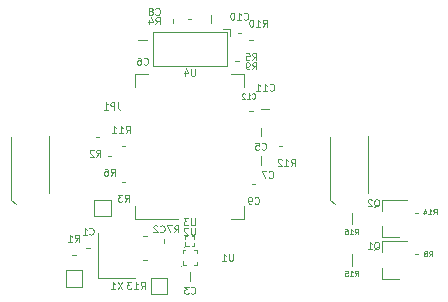
<source format=gbo>
G04 #@! TF.GenerationSoftware,KiCad,Pcbnew,5.1.5+dfsg1-2build2*
G04 #@! TF.CreationDate,2021-12-17T15:29:28+01:00*
G04 #@! TF.ProjectId,teebeutel_thermal_addon,74656562-6575-4746-956c-5f746865726d,rev?*
G04 #@! TF.SameCoordinates,Original*
G04 #@! TF.FileFunction,Legend,Bot*
G04 #@! TF.FilePolarity,Positive*
%FSLAX46Y46*%
G04 Gerber Fmt 4.6, Leading zero omitted, Abs format (unit mm)*
G04 Created by KiCad (PCBNEW 5.1.5+dfsg1-2build2) date 2021-12-17 15:29:28*
%MOMM*%
%LPD*%
G04 APERTURE LIST*
%ADD10C,0.120000*%
%ADD11C,0.100000*%
G04 APERTURE END LIST*
D10*
X84900000Y-94500000D02*
X85300000Y-94900000D01*
X84900000Y-89200000D02*
X84900000Y-94500000D01*
X88100000Y-93900000D02*
X88100000Y-89100000D01*
X111900000Y-94500000D02*
X112300000Y-94900000D01*
X111900000Y-89200000D02*
X111900000Y-94500000D01*
X115100000Y-93900000D02*
X115100000Y-89100000D01*
X113700000Y-95600000D02*
X113700000Y-96600000D01*
X113700000Y-99100000D02*
X113700000Y-100100000D01*
X119350000Y-95600000D02*
X119050000Y-95600000D01*
X119350000Y-99100000D02*
X119050000Y-99100000D01*
X116240000Y-97680000D02*
X117700000Y-97680000D01*
X116240000Y-94520000D02*
X118400000Y-94520000D01*
X116240000Y-94520000D02*
X116240000Y-95450000D01*
X116240000Y-97680000D02*
X116240000Y-96750000D01*
X116240000Y-101180000D02*
X117700000Y-101180000D01*
X116240000Y-98020000D02*
X118400000Y-98020000D01*
X116240000Y-98020000D02*
X116240000Y-98950000D01*
X116240000Y-101180000D02*
X116240000Y-100250000D01*
X105050000Y-87000000D02*
X105350000Y-87000000D01*
X89500000Y-100500000D02*
X89500000Y-101900000D01*
X90900000Y-100500000D02*
X89500000Y-100500000D01*
X90900000Y-101900000D02*
X90900000Y-100500000D01*
X89500000Y-101900000D02*
X90900000Y-101900000D01*
X91900000Y-94500000D02*
X91900000Y-95900000D01*
X93300000Y-94500000D02*
X91900000Y-94500000D01*
X93300000Y-95900000D02*
X93300000Y-94500000D01*
X91900000Y-95900000D02*
X93300000Y-95900000D01*
X96700000Y-101100000D02*
X96700000Y-102500000D01*
X98100000Y-101100000D02*
X96700000Y-101100000D01*
X98100000Y-102500000D02*
X98100000Y-101100000D01*
X96700000Y-102500000D02*
X98100000Y-102500000D01*
X92225000Y-101100000D02*
X92225000Y-97300000D01*
X95375000Y-101100000D02*
X92225000Y-101100000D01*
X103400000Y-80030000D02*
X102800000Y-80030000D01*
X103400000Y-80630000D02*
X103400000Y-80030000D01*
X103150000Y-80285000D02*
X103150000Y-83215000D01*
X103150000Y-80285000D02*
X96850000Y-80285000D01*
X96850000Y-80285000D02*
X96850000Y-83215000D01*
X96850000Y-83215000D02*
X103150000Y-83215000D01*
X95400000Y-83900000D02*
X95400000Y-85000000D01*
X95400000Y-83900000D02*
X96500000Y-83900000D01*
X104600000Y-83900000D02*
X103500000Y-83900000D01*
X104600000Y-83900000D02*
X104600000Y-85000000D01*
X104600000Y-96100000D02*
X103500000Y-96100000D01*
X104600000Y-96100000D02*
X104600000Y-95000000D01*
X95400000Y-96100000D02*
X95400000Y-95000000D01*
X95400000Y-96100000D02*
X99000000Y-96100000D01*
X99500000Y-98500000D02*
G75*
G03X99500000Y-98500000I0J0D01*
G01*
D11*
X100400000Y-97800000D02*
X100400000Y-97600000D01*
X100400000Y-97600000D02*
X100200000Y-97600000D01*
X99800000Y-97600000D02*
X99600000Y-97600000D01*
X99600000Y-97600000D02*
X99600000Y-97800000D01*
X99600000Y-98100000D02*
X99600000Y-98400000D01*
X99600000Y-98400000D02*
X99900000Y-98400000D01*
X100400000Y-98400000D02*
X100400000Y-98200000D01*
X100200000Y-98400000D02*
X100400000Y-98400000D01*
X100600000Y-100000000D02*
X100600000Y-99800000D01*
X99400000Y-99700000D02*
X99400000Y-100000000D01*
D10*
X99300000Y-100100000D02*
G75*
G03X99300000Y-100100000I0J0D01*
G01*
D11*
X100600000Y-99000000D02*
X100600000Y-98800000D01*
X100600000Y-98800000D02*
X100400000Y-98800000D01*
X99400000Y-100000000D02*
X99700000Y-100000000D01*
X99600000Y-98800000D02*
X99400000Y-98800000D01*
X99400000Y-98800000D02*
X99400000Y-99000000D01*
X100400000Y-100000000D02*
X100600000Y-100000000D01*
D10*
X96350000Y-99600000D02*
X96050000Y-99600000D01*
X107850000Y-90000000D02*
X107550000Y-90000000D01*
X94250000Y-90000000D02*
X94550000Y-90000000D01*
X104350000Y-80400000D02*
X104050000Y-80400000D01*
X103850000Y-82800000D02*
X104150000Y-82800000D01*
X97800000Y-97850000D02*
X97800000Y-98150000D01*
X93350000Y-90800000D02*
X93050000Y-90800000D01*
X105050000Y-81000000D02*
X105350000Y-81000000D01*
X98600000Y-79550000D02*
X98600000Y-79250000D01*
X94250000Y-93000000D02*
X94550000Y-93000000D01*
X92050000Y-89200000D02*
X92350000Y-89200000D01*
X90350000Y-99200000D02*
X90050000Y-99200000D01*
X106050000Y-86800000D02*
X106750000Y-86800000D01*
X101800000Y-78850000D02*
X101800000Y-79550000D01*
X105550000Y-93200000D02*
X105250000Y-93200000D01*
X99850000Y-79200000D02*
X100150000Y-79200000D01*
X106000000Y-90850000D02*
X106000000Y-91550000D01*
X95650000Y-81000000D02*
X96350000Y-81000000D01*
X106000000Y-88450000D02*
X106000000Y-89150000D01*
X100000000Y-101350000D02*
X100000000Y-100650000D01*
X96050000Y-97600000D02*
X96350000Y-97600000D01*
X91250000Y-98600000D02*
X91550000Y-98600000D01*
D11*
X113989285Y-97453571D02*
X114139285Y-97239285D01*
X114246428Y-97453571D02*
X114246428Y-97003571D01*
X114075000Y-97003571D01*
X114032142Y-97025000D01*
X114010714Y-97046428D01*
X113989285Y-97089285D01*
X113989285Y-97153571D01*
X114010714Y-97196428D01*
X114032142Y-97217857D01*
X114075000Y-97239285D01*
X114246428Y-97239285D01*
X113560714Y-97453571D02*
X113817857Y-97453571D01*
X113689285Y-97453571D02*
X113689285Y-97003571D01*
X113732142Y-97067857D01*
X113775000Y-97110714D01*
X113817857Y-97132142D01*
X113175000Y-97003571D02*
X113260714Y-97003571D01*
X113303571Y-97025000D01*
X113325000Y-97046428D01*
X113367857Y-97110714D01*
X113389285Y-97196428D01*
X113389285Y-97367857D01*
X113367857Y-97410714D01*
X113346428Y-97432142D01*
X113303571Y-97453571D01*
X113217857Y-97453571D01*
X113175000Y-97432142D01*
X113153571Y-97410714D01*
X113132142Y-97367857D01*
X113132142Y-97260714D01*
X113153571Y-97217857D01*
X113175000Y-97196428D01*
X113217857Y-97175000D01*
X113303571Y-97175000D01*
X113346428Y-97196428D01*
X113367857Y-97217857D01*
X113389285Y-97260714D01*
X113989285Y-100953571D02*
X114139285Y-100739285D01*
X114246428Y-100953571D02*
X114246428Y-100503571D01*
X114075000Y-100503571D01*
X114032142Y-100525000D01*
X114010714Y-100546428D01*
X113989285Y-100589285D01*
X113989285Y-100653571D01*
X114010714Y-100696428D01*
X114032142Y-100717857D01*
X114075000Y-100739285D01*
X114246428Y-100739285D01*
X113560714Y-100953571D02*
X113817857Y-100953571D01*
X113689285Y-100953571D02*
X113689285Y-100503571D01*
X113732142Y-100567857D01*
X113775000Y-100610714D01*
X113817857Y-100632142D01*
X113153571Y-100503571D02*
X113367857Y-100503571D01*
X113389285Y-100717857D01*
X113367857Y-100696428D01*
X113325000Y-100675000D01*
X113217857Y-100675000D01*
X113175000Y-100696428D01*
X113153571Y-100717857D01*
X113132142Y-100760714D01*
X113132142Y-100867857D01*
X113153571Y-100910714D01*
X113175000Y-100932142D01*
X113217857Y-100953571D01*
X113325000Y-100953571D01*
X113367857Y-100932142D01*
X113389285Y-100910714D01*
X120639285Y-95753571D02*
X120789285Y-95539285D01*
X120896428Y-95753571D02*
X120896428Y-95303571D01*
X120725000Y-95303571D01*
X120682142Y-95325000D01*
X120660714Y-95346428D01*
X120639285Y-95389285D01*
X120639285Y-95453571D01*
X120660714Y-95496428D01*
X120682142Y-95517857D01*
X120725000Y-95539285D01*
X120896428Y-95539285D01*
X120210714Y-95753571D02*
X120467857Y-95753571D01*
X120339285Y-95753571D02*
X120339285Y-95303571D01*
X120382142Y-95367857D01*
X120425000Y-95410714D01*
X120467857Y-95432142D01*
X119825000Y-95453571D02*
X119825000Y-95753571D01*
X119932142Y-95282142D02*
X120039285Y-95603571D01*
X119760714Y-95603571D01*
X120275000Y-99303571D02*
X120425000Y-99089285D01*
X120532142Y-99303571D02*
X120532142Y-98853571D01*
X120360714Y-98853571D01*
X120317857Y-98875000D01*
X120296428Y-98896428D01*
X120275000Y-98939285D01*
X120275000Y-99003571D01*
X120296428Y-99046428D01*
X120317857Y-99067857D01*
X120360714Y-99089285D01*
X120532142Y-99089285D01*
X120017857Y-99046428D02*
X120060714Y-99025000D01*
X120082142Y-99003571D01*
X120103571Y-98960714D01*
X120103571Y-98939285D01*
X120082142Y-98896428D01*
X120060714Y-98875000D01*
X120017857Y-98853571D01*
X119932142Y-98853571D01*
X119889285Y-98875000D01*
X119867857Y-98896428D01*
X119846428Y-98939285D01*
X119846428Y-98960714D01*
X119867857Y-99003571D01*
X119889285Y-99025000D01*
X119932142Y-99046428D01*
X120017857Y-99046428D01*
X120060714Y-99067857D01*
X120082142Y-99089285D01*
X120103571Y-99132142D01*
X120103571Y-99217857D01*
X120082142Y-99260714D01*
X120060714Y-99282142D01*
X120017857Y-99303571D01*
X119932142Y-99303571D01*
X119889285Y-99282142D01*
X119867857Y-99260714D01*
X119846428Y-99217857D01*
X119846428Y-99132142D01*
X119867857Y-99089285D01*
X119889285Y-99067857D01*
X119932142Y-99046428D01*
X115607142Y-95128571D02*
X115664285Y-95100000D01*
X115721428Y-95042857D01*
X115807142Y-94957142D01*
X115864285Y-94928571D01*
X115921428Y-94928571D01*
X115892857Y-95071428D02*
X115950000Y-95042857D01*
X116007142Y-94985714D01*
X116035714Y-94871428D01*
X116035714Y-94671428D01*
X116007142Y-94557142D01*
X115950000Y-94500000D01*
X115892857Y-94471428D01*
X115778571Y-94471428D01*
X115721428Y-94500000D01*
X115664285Y-94557142D01*
X115635714Y-94671428D01*
X115635714Y-94871428D01*
X115664285Y-94985714D01*
X115721428Y-95042857D01*
X115778571Y-95071428D01*
X115892857Y-95071428D01*
X115407142Y-94528571D02*
X115378571Y-94500000D01*
X115321428Y-94471428D01*
X115178571Y-94471428D01*
X115121428Y-94500000D01*
X115092857Y-94528571D01*
X115064285Y-94585714D01*
X115064285Y-94642857D01*
X115092857Y-94728571D01*
X115435714Y-95071428D01*
X115064285Y-95071428D01*
X115607142Y-98728571D02*
X115664285Y-98700000D01*
X115721428Y-98642857D01*
X115807142Y-98557142D01*
X115864285Y-98528571D01*
X115921428Y-98528571D01*
X115892857Y-98671428D02*
X115950000Y-98642857D01*
X116007142Y-98585714D01*
X116035714Y-98471428D01*
X116035714Y-98271428D01*
X116007142Y-98157142D01*
X115950000Y-98100000D01*
X115892857Y-98071428D01*
X115778571Y-98071428D01*
X115721428Y-98100000D01*
X115664285Y-98157142D01*
X115635714Y-98271428D01*
X115635714Y-98471428D01*
X115664285Y-98585714D01*
X115721428Y-98642857D01*
X115778571Y-98671428D01*
X115892857Y-98671428D01*
X115064285Y-98671428D02*
X115407142Y-98671428D01*
X115235714Y-98671428D02*
X115235714Y-98071428D01*
X115292857Y-98157142D01*
X115350000Y-98214285D01*
X115407142Y-98242857D01*
X105289285Y-85910714D02*
X105310714Y-85932142D01*
X105375000Y-85953571D01*
X105417857Y-85953571D01*
X105482142Y-85932142D01*
X105525000Y-85889285D01*
X105546428Y-85846428D01*
X105567857Y-85760714D01*
X105567857Y-85696428D01*
X105546428Y-85610714D01*
X105525000Y-85567857D01*
X105482142Y-85525000D01*
X105417857Y-85503571D01*
X105375000Y-85503571D01*
X105310714Y-85525000D01*
X105289285Y-85546428D01*
X104860714Y-85953571D02*
X105117857Y-85953571D01*
X104989285Y-85953571D02*
X104989285Y-85503571D01*
X105032142Y-85567857D01*
X105075000Y-85610714D01*
X105117857Y-85632142D01*
X104689285Y-85546428D02*
X104667857Y-85525000D01*
X104625000Y-85503571D01*
X104517857Y-85503571D01*
X104475000Y-85525000D01*
X104453571Y-85546428D01*
X104432142Y-85589285D01*
X104432142Y-85632142D01*
X104453571Y-85696428D01*
X104710714Y-85953571D01*
X104432142Y-85953571D01*
X94285714Y-101471428D02*
X93885714Y-102071428D01*
X93885714Y-101471428D02*
X94285714Y-102071428D01*
X93342857Y-102071428D02*
X93685714Y-102071428D01*
X93514285Y-102071428D02*
X93514285Y-101471428D01*
X93571428Y-101557142D01*
X93628571Y-101614285D01*
X93685714Y-101642857D01*
X100457142Y-83421428D02*
X100457142Y-83907142D01*
X100428571Y-83964285D01*
X100400000Y-83992857D01*
X100342857Y-84021428D01*
X100228571Y-84021428D01*
X100171428Y-83992857D01*
X100142857Y-83964285D01*
X100114285Y-83907142D01*
X100114285Y-83421428D01*
X99571428Y-83621428D02*
X99571428Y-84021428D01*
X99714285Y-83392857D02*
X99857142Y-83821428D01*
X99485714Y-83821428D01*
X100457142Y-96071428D02*
X100457142Y-96557142D01*
X100428571Y-96614285D01*
X100400000Y-96642857D01*
X100342857Y-96671428D01*
X100228571Y-96671428D01*
X100171428Y-96642857D01*
X100142857Y-96614285D01*
X100114285Y-96557142D01*
X100114285Y-96071428D01*
X99885714Y-96071428D02*
X99514285Y-96071428D01*
X99714285Y-96300000D01*
X99628571Y-96300000D01*
X99571428Y-96328571D01*
X99542857Y-96357142D01*
X99514285Y-96414285D01*
X99514285Y-96557142D01*
X99542857Y-96614285D01*
X99571428Y-96642857D01*
X99628571Y-96671428D01*
X99800000Y-96671428D01*
X99857142Y-96642857D01*
X99885714Y-96614285D01*
X100457142Y-96871428D02*
X100457142Y-97357142D01*
X100428571Y-97414285D01*
X100400000Y-97442857D01*
X100342857Y-97471428D01*
X100228571Y-97471428D01*
X100171428Y-97442857D01*
X100142857Y-97414285D01*
X100114285Y-97357142D01*
X100114285Y-96871428D01*
X99857142Y-96928571D02*
X99828571Y-96900000D01*
X99771428Y-96871428D01*
X99628571Y-96871428D01*
X99571428Y-96900000D01*
X99542857Y-96928571D01*
X99514285Y-96985714D01*
X99514285Y-97042857D01*
X99542857Y-97128571D01*
X99885714Y-97471428D01*
X99514285Y-97471428D01*
X103657142Y-99071428D02*
X103657142Y-99557142D01*
X103628571Y-99614285D01*
X103600000Y-99642857D01*
X103542857Y-99671428D01*
X103428571Y-99671428D01*
X103371428Y-99642857D01*
X103342857Y-99614285D01*
X103314285Y-99557142D01*
X103314285Y-99071428D01*
X102714285Y-99671428D02*
X103057142Y-99671428D01*
X102885714Y-99671428D02*
X102885714Y-99071428D01*
X102942857Y-99157142D01*
X103000000Y-99214285D01*
X103057142Y-99242857D01*
X95835714Y-102071428D02*
X96035714Y-101785714D01*
X96178571Y-102071428D02*
X96178571Y-101471428D01*
X95950000Y-101471428D01*
X95892857Y-101500000D01*
X95864285Y-101528571D01*
X95835714Y-101585714D01*
X95835714Y-101671428D01*
X95864285Y-101728571D01*
X95892857Y-101757142D01*
X95950000Y-101785714D01*
X96178571Y-101785714D01*
X95264285Y-102071428D02*
X95607142Y-102071428D01*
X95435714Y-102071428D02*
X95435714Y-101471428D01*
X95492857Y-101557142D01*
X95550000Y-101614285D01*
X95607142Y-101642857D01*
X95064285Y-101471428D02*
X94692857Y-101471428D01*
X94892857Y-101700000D01*
X94807142Y-101700000D01*
X94750000Y-101728571D01*
X94721428Y-101757142D01*
X94692857Y-101814285D01*
X94692857Y-101957142D01*
X94721428Y-102014285D01*
X94750000Y-102042857D01*
X94807142Y-102071428D01*
X94978571Y-102071428D01*
X95035714Y-102042857D01*
X95064285Y-102014285D01*
X108585714Y-91671428D02*
X108785714Y-91385714D01*
X108928571Y-91671428D02*
X108928571Y-91071428D01*
X108700000Y-91071428D01*
X108642857Y-91100000D01*
X108614285Y-91128571D01*
X108585714Y-91185714D01*
X108585714Y-91271428D01*
X108614285Y-91328571D01*
X108642857Y-91357142D01*
X108700000Y-91385714D01*
X108928571Y-91385714D01*
X108014285Y-91671428D02*
X108357142Y-91671428D01*
X108185714Y-91671428D02*
X108185714Y-91071428D01*
X108242857Y-91157142D01*
X108300000Y-91214285D01*
X108357142Y-91242857D01*
X107785714Y-91128571D02*
X107757142Y-91100000D01*
X107700000Y-91071428D01*
X107557142Y-91071428D01*
X107500000Y-91100000D01*
X107471428Y-91128571D01*
X107442857Y-91185714D01*
X107442857Y-91242857D01*
X107471428Y-91328571D01*
X107814285Y-91671428D01*
X107442857Y-91671428D01*
X94585714Y-88871428D02*
X94785714Y-88585714D01*
X94928571Y-88871428D02*
X94928571Y-88271428D01*
X94700000Y-88271428D01*
X94642857Y-88300000D01*
X94614285Y-88328571D01*
X94585714Y-88385714D01*
X94585714Y-88471428D01*
X94614285Y-88528571D01*
X94642857Y-88557142D01*
X94700000Y-88585714D01*
X94928571Y-88585714D01*
X94014285Y-88871428D02*
X94357142Y-88871428D01*
X94185714Y-88871428D02*
X94185714Y-88271428D01*
X94242857Y-88357142D01*
X94300000Y-88414285D01*
X94357142Y-88442857D01*
X93442857Y-88871428D02*
X93785714Y-88871428D01*
X93614285Y-88871428D02*
X93614285Y-88271428D01*
X93671428Y-88357142D01*
X93728571Y-88414285D01*
X93785714Y-88442857D01*
X106185714Y-79871428D02*
X106385714Y-79585714D01*
X106528571Y-79871428D02*
X106528571Y-79271428D01*
X106300000Y-79271428D01*
X106242857Y-79300000D01*
X106214285Y-79328571D01*
X106185714Y-79385714D01*
X106185714Y-79471428D01*
X106214285Y-79528571D01*
X106242857Y-79557142D01*
X106300000Y-79585714D01*
X106528571Y-79585714D01*
X105614285Y-79871428D02*
X105957142Y-79871428D01*
X105785714Y-79871428D02*
X105785714Y-79271428D01*
X105842857Y-79357142D01*
X105900000Y-79414285D01*
X105957142Y-79442857D01*
X105242857Y-79271428D02*
X105185714Y-79271428D01*
X105128571Y-79300000D01*
X105100000Y-79328571D01*
X105071428Y-79385714D01*
X105042857Y-79500000D01*
X105042857Y-79642857D01*
X105071428Y-79757142D01*
X105100000Y-79814285D01*
X105128571Y-79842857D01*
X105185714Y-79871428D01*
X105242857Y-79871428D01*
X105300000Y-79842857D01*
X105328571Y-79814285D01*
X105357142Y-79757142D01*
X105385714Y-79642857D01*
X105385714Y-79500000D01*
X105357142Y-79385714D01*
X105328571Y-79328571D01*
X105300000Y-79300000D01*
X105242857Y-79271428D01*
X105300000Y-83471428D02*
X105500000Y-83185714D01*
X105642857Y-83471428D02*
X105642857Y-82871428D01*
X105414285Y-82871428D01*
X105357142Y-82900000D01*
X105328571Y-82928571D01*
X105300000Y-82985714D01*
X105300000Y-83071428D01*
X105328571Y-83128571D01*
X105357142Y-83157142D01*
X105414285Y-83185714D01*
X105642857Y-83185714D01*
X105014285Y-83471428D02*
X104900000Y-83471428D01*
X104842857Y-83442857D01*
X104814285Y-83414285D01*
X104757142Y-83328571D01*
X104728571Y-83214285D01*
X104728571Y-82985714D01*
X104757142Y-82928571D01*
X104785714Y-82900000D01*
X104842857Y-82871428D01*
X104957142Y-82871428D01*
X105014285Y-82900000D01*
X105042857Y-82928571D01*
X105071428Y-82985714D01*
X105071428Y-83128571D01*
X105042857Y-83185714D01*
X105014285Y-83214285D01*
X104957142Y-83242857D01*
X104842857Y-83242857D01*
X104785714Y-83214285D01*
X104757142Y-83185714D01*
X104728571Y-83128571D01*
X98700000Y-97271428D02*
X98900000Y-96985714D01*
X99042857Y-97271428D02*
X99042857Y-96671428D01*
X98814285Y-96671428D01*
X98757142Y-96700000D01*
X98728571Y-96728571D01*
X98700000Y-96785714D01*
X98700000Y-96871428D01*
X98728571Y-96928571D01*
X98757142Y-96957142D01*
X98814285Y-96985714D01*
X99042857Y-96985714D01*
X98500000Y-96671428D02*
X98100000Y-96671428D01*
X98357142Y-97271428D01*
X93300000Y-92471428D02*
X93500000Y-92185714D01*
X93642857Y-92471428D02*
X93642857Y-91871428D01*
X93414285Y-91871428D01*
X93357142Y-91900000D01*
X93328571Y-91928571D01*
X93300000Y-91985714D01*
X93300000Y-92071428D01*
X93328571Y-92128571D01*
X93357142Y-92157142D01*
X93414285Y-92185714D01*
X93642857Y-92185714D01*
X92785714Y-91871428D02*
X92900000Y-91871428D01*
X92957142Y-91900000D01*
X92985714Y-91928571D01*
X93042857Y-92014285D01*
X93071428Y-92128571D01*
X93071428Y-92357142D01*
X93042857Y-92414285D01*
X93014285Y-92442857D01*
X92957142Y-92471428D01*
X92842857Y-92471428D01*
X92785714Y-92442857D01*
X92757142Y-92414285D01*
X92728571Y-92357142D01*
X92728571Y-92214285D01*
X92757142Y-92157142D01*
X92785714Y-92128571D01*
X92842857Y-92100000D01*
X92957142Y-92100000D01*
X93014285Y-92128571D01*
X93042857Y-92157142D01*
X93071428Y-92214285D01*
X105300000Y-82671428D02*
X105500000Y-82385714D01*
X105642857Y-82671428D02*
X105642857Y-82071428D01*
X105414285Y-82071428D01*
X105357142Y-82100000D01*
X105328571Y-82128571D01*
X105300000Y-82185714D01*
X105300000Y-82271428D01*
X105328571Y-82328571D01*
X105357142Y-82357142D01*
X105414285Y-82385714D01*
X105642857Y-82385714D01*
X104757142Y-82071428D02*
X105042857Y-82071428D01*
X105071428Y-82357142D01*
X105042857Y-82328571D01*
X104985714Y-82300000D01*
X104842857Y-82300000D01*
X104785714Y-82328571D01*
X104757142Y-82357142D01*
X104728571Y-82414285D01*
X104728571Y-82557142D01*
X104757142Y-82614285D01*
X104785714Y-82642857D01*
X104842857Y-82671428D01*
X104985714Y-82671428D01*
X105042857Y-82642857D01*
X105071428Y-82614285D01*
X97100000Y-79671428D02*
X97300000Y-79385714D01*
X97442857Y-79671428D02*
X97442857Y-79071428D01*
X97214285Y-79071428D01*
X97157142Y-79100000D01*
X97128571Y-79128571D01*
X97100000Y-79185714D01*
X97100000Y-79271428D01*
X97128571Y-79328571D01*
X97157142Y-79357142D01*
X97214285Y-79385714D01*
X97442857Y-79385714D01*
X96585714Y-79271428D02*
X96585714Y-79671428D01*
X96728571Y-79042857D02*
X96871428Y-79471428D01*
X96500000Y-79471428D01*
X94500000Y-94671428D02*
X94700000Y-94385714D01*
X94842857Y-94671428D02*
X94842857Y-94071428D01*
X94614285Y-94071428D01*
X94557142Y-94100000D01*
X94528571Y-94128571D01*
X94500000Y-94185714D01*
X94500000Y-94271428D01*
X94528571Y-94328571D01*
X94557142Y-94357142D01*
X94614285Y-94385714D01*
X94842857Y-94385714D01*
X94300000Y-94071428D02*
X93928571Y-94071428D01*
X94128571Y-94300000D01*
X94042857Y-94300000D01*
X93985714Y-94328571D01*
X93957142Y-94357142D01*
X93928571Y-94414285D01*
X93928571Y-94557142D01*
X93957142Y-94614285D01*
X93985714Y-94642857D01*
X94042857Y-94671428D01*
X94214285Y-94671428D01*
X94271428Y-94642857D01*
X94300000Y-94614285D01*
X92100000Y-90871428D02*
X92300000Y-90585714D01*
X92442857Y-90871428D02*
X92442857Y-90271428D01*
X92214285Y-90271428D01*
X92157142Y-90300000D01*
X92128571Y-90328571D01*
X92100000Y-90385714D01*
X92100000Y-90471428D01*
X92128571Y-90528571D01*
X92157142Y-90557142D01*
X92214285Y-90585714D01*
X92442857Y-90585714D01*
X91871428Y-90328571D02*
X91842857Y-90300000D01*
X91785714Y-90271428D01*
X91642857Y-90271428D01*
X91585714Y-90300000D01*
X91557142Y-90328571D01*
X91528571Y-90385714D01*
X91528571Y-90442857D01*
X91557142Y-90528571D01*
X91900000Y-90871428D01*
X91528571Y-90871428D01*
X90300000Y-98071428D02*
X90500000Y-97785714D01*
X90642857Y-98071428D02*
X90642857Y-97471428D01*
X90414285Y-97471428D01*
X90357142Y-97500000D01*
X90328571Y-97528571D01*
X90300000Y-97585714D01*
X90300000Y-97671428D01*
X90328571Y-97728571D01*
X90357142Y-97757142D01*
X90414285Y-97785714D01*
X90642857Y-97785714D01*
X89728571Y-98071428D02*
X90071428Y-98071428D01*
X89900000Y-98071428D02*
X89900000Y-97471428D01*
X89957142Y-97557142D01*
X90014285Y-97614285D01*
X90071428Y-97642857D01*
X93900000Y-86271428D02*
X93900000Y-86700000D01*
X93928571Y-86785714D01*
X93985714Y-86842857D01*
X94071428Y-86871428D01*
X94128571Y-86871428D01*
X93614285Y-86871428D02*
X93614285Y-86271428D01*
X93385714Y-86271428D01*
X93328571Y-86300000D01*
X93300000Y-86328571D01*
X93271428Y-86385714D01*
X93271428Y-86471428D01*
X93300000Y-86528571D01*
X93328571Y-86557142D01*
X93385714Y-86585714D01*
X93614285Y-86585714D01*
X92700000Y-86871428D02*
X93042857Y-86871428D01*
X92871428Y-86871428D02*
X92871428Y-86271428D01*
X92928571Y-86357142D01*
X92985714Y-86414285D01*
X93042857Y-86442857D01*
X106785714Y-85214285D02*
X106814285Y-85242857D01*
X106900000Y-85271428D01*
X106957142Y-85271428D01*
X107042857Y-85242857D01*
X107100000Y-85185714D01*
X107128571Y-85128571D01*
X107157142Y-85014285D01*
X107157142Y-84928571D01*
X107128571Y-84814285D01*
X107100000Y-84757142D01*
X107042857Y-84700000D01*
X106957142Y-84671428D01*
X106900000Y-84671428D01*
X106814285Y-84700000D01*
X106785714Y-84728571D01*
X106214285Y-85271428D02*
X106557142Y-85271428D01*
X106385714Y-85271428D02*
X106385714Y-84671428D01*
X106442857Y-84757142D01*
X106500000Y-84814285D01*
X106557142Y-84842857D01*
X105642857Y-85271428D02*
X105985714Y-85271428D01*
X105814285Y-85271428D02*
X105814285Y-84671428D01*
X105871428Y-84757142D01*
X105928571Y-84814285D01*
X105985714Y-84842857D01*
X104585714Y-79214285D02*
X104614285Y-79242857D01*
X104700000Y-79271428D01*
X104757142Y-79271428D01*
X104842857Y-79242857D01*
X104900000Y-79185714D01*
X104928571Y-79128571D01*
X104957142Y-79014285D01*
X104957142Y-78928571D01*
X104928571Y-78814285D01*
X104900000Y-78757142D01*
X104842857Y-78700000D01*
X104757142Y-78671428D01*
X104700000Y-78671428D01*
X104614285Y-78700000D01*
X104585714Y-78728571D01*
X104014285Y-79271428D02*
X104357142Y-79271428D01*
X104185714Y-79271428D02*
X104185714Y-78671428D01*
X104242857Y-78757142D01*
X104300000Y-78814285D01*
X104357142Y-78842857D01*
X103642857Y-78671428D02*
X103585714Y-78671428D01*
X103528571Y-78700000D01*
X103500000Y-78728571D01*
X103471428Y-78785714D01*
X103442857Y-78900000D01*
X103442857Y-79042857D01*
X103471428Y-79157142D01*
X103500000Y-79214285D01*
X103528571Y-79242857D01*
X103585714Y-79271428D01*
X103642857Y-79271428D01*
X103700000Y-79242857D01*
X103728571Y-79214285D01*
X103757142Y-79157142D01*
X103785714Y-79042857D01*
X103785714Y-78900000D01*
X103757142Y-78785714D01*
X103728571Y-78728571D01*
X103700000Y-78700000D01*
X103642857Y-78671428D01*
X105500000Y-94814285D02*
X105528571Y-94842857D01*
X105614285Y-94871428D01*
X105671428Y-94871428D01*
X105757142Y-94842857D01*
X105814285Y-94785714D01*
X105842857Y-94728571D01*
X105871428Y-94614285D01*
X105871428Y-94528571D01*
X105842857Y-94414285D01*
X105814285Y-94357142D01*
X105757142Y-94300000D01*
X105671428Y-94271428D01*
X105614285Y-94271428D01*
X105528571Y-94300000D01*
X105500000Y-94328571D01*
X105214285Y-94871428D02*
X105100000Y-94871428D01*
X105042857Y-94842857D01*
X105014285Y-94814285D01*
X104957142Y-94728571D01*
X104928571Y-94614285D01*
X104928571Y-94385714D01*
X104957142Y-94328571D01*
X104985714Y-94300000D01*
X105042857Y-94271428D01*
X105157142Y-94271428D01*
X105214285Y-94300000D01*
X105242857Y-94328571D01*
X105271428Y-94385714D01*
X105271428Y-94528571D01*
X105242857Y-94585714D01*
X105214285Y-94614285D01*
X105157142Y-94642857D01*
X105042857Y-94642857D01*
X104985714Y-94614285D01*
X104957142Y-94585714D01*
X104928571Y-94528571D01*
X97100000Y-78814285D02*
X97128571Y-78842857D01*
X97214285Y-78871428D01*
X97271428Y-78871428D01*
X97357142Y-78842857D01*
X97414285Y-78785714D01*
X97442857Y-78728571D01*
X97471428Y-78614285D01*
X97471428Y-78528571D01*
X97442857Y-78414285D01*
X97414285Y-78357142D01*
X97357142Y-78300000D01*
X97271428Y-78271428D01*
X97214285Y-78271428D01*
X97128571Y-78300000D01*
X97100000Y-78328571D01*
X96757142Y-78528571D02*
X96814285Y-78500000D01*
X96842857Y-78471428D01*
X96871428Y-78414285D01*
X96871428Y-78385714D01*
X96842857Y-78328571D01*
X96814285Y-78300000D01*
X96757142Y-78271428D01*
X96642857Y-78271428D01*
X96585714Y-78300000D01*
X96557142Y-78328571D01*
X96528571Y-78385714D01*
X96528571Y-78414285D01*
X96557142Y-78471428D01*
X96585714Y-78500000D01*
X96642857Y-78528571D01*
X96757142Y-78528571D01*
X96814285Y-78557142D01*
X96842857Y-78585714D01*
X96871428Y-78642857D01*
X96871428Y-78757142D01*
X96842857Y-78814285D01*
X96814285Y-78842857D01*
X96757142Y-78871428D01*
X96642857Y-78871428D01*
X96585714Y-78842857D01*
X96557142Y-78814285D01*
X96528571Y-78757142D01*
X96528571Y-78642857D01*
X96557142Y-78585714D01*
X96585714Y-78557142D01*
X96642857Y-78528571D01*
X106700000Y-92614285D02*
X106728571Y-92642857D01*
X106814285Y-92671428D01*
X106871428Y-92671428D01*
X106957142Y-92642857D01*
X107014285Y-92585714D01*
X107042857Y-92528571D01*
X107071428Y-92414285D01*
X107071428Y-92328571D01*
X107042857Y-92214285D01*
X107014285Y-92157142D01*
X106957142Y-92100000D01*
X106871428Y-92071428D01*
X106814285Y-92071428D01*
X106728571Y-92100000D01*
X106700000Y-92128571D01*
X106500000Y-92071428D02*
X106100000Y-92071428D01*
X106357142Y-92671428D01*
X96100000Y-83014285D02*
X96128571Y-83042857D01*
X96214285Y-83071428D01*
X96271428Y-83071428D01*
X96357142Y-83042857D01*
X96414285Y-82985714D01*
X96442857Y-82928571D01*
X96471428Y-82814285D01*
X96471428Y-82728571D01*
X96442857Y-82614285D01*
X96414285Y-82557142D01*
X96357142Y-82500000D01*
X96271428Y-82471428D01*
X96214285Y-82471428D01*
X96128571Y-82500000D01*
X96100000Y-82528571D01*
X95585714Y-82471428D02*
X95700000Y-82471428D01*
X95757142Y-82500000D01*
X95785714Y-82528571D01*
X95842857Y-82614285D01*
X95871428Y-82728571D01*
X95871428Y-82957142D01*
X95842857Y-83014285D01*
X95814285Y-83042857D01*
X95757142Y-83071428D01*
X95642857Y-83071428D01*
X95585714Y-83042857D01*
X95557142Y-83014285D01*
X95528571Y-82957142D01*
X95528571Y-82814285D01*
X95557142Y-82757142D01*
X95585714Y-82728571D01*
X95642857Y-82700000D01*
X95757142Y-82700000D01*
X95814285Y-82728571D01*
X95842857Y-82757142D01*
X95871428Y-82814285D01*
X106100000Y-90214285D02*
X106128571Y-90242857D01*
X106214285Y-90271428D01*
X106271428Y-90271428D01*
X106357142Y-90242857D01*
X106414285Y-90185714D01*
X106442857Y-90128571D01*
X106471428Y-90014285D01*
X106471428Y-89928571D01*
X106442857Y-89814285D01*
X106414285Y-89757142D01*
X106357142Y-89700000D01*
X106271428Y-89671428D01*
X106214285Y-89671428D01*
X106128571Y-89700000D01*
X106100000Y-89728571D01*
X105557142Y-89671428D02*
X105842857Y-89671428D01*
X105871428Y-89957142D01*
X105842857Y-89928571D01*
X105785714Y-89900000D01*
X105642857Y-89900000D01*
X105585714Y-89928571D01*
X105557142Y-89957142D01*
X105528571Y-90014285D01*
X105528571Y-90157142D01*
X105557142Y-90214285D01*
X105585714Y-90242857D01*
X105642857Y-90271428D01*
X105785714Y-90271428D01*
X105842857Y-90242857D01*
X105871428Y-90214285D01*
X100100000Y-102414285D02*
X100128571Y-102442857D01*
X100214285Y-102471428D01*
X100271428Y-102471428D01*
X100357142Y-102442857D01*
X100414285Y-102385714D01*
X100442857Y-102328571D01*
X100471428Y-102214285D01*
X100471428Y-102128571D01*
X100442857Y-102014285D01*
X100414285Y-101957142D01*
X100357142Y-101900000D01*
X100271428Y-101871428D01*
X100214285Y-101871428D01*
X100128571Y-101900000D01*
X100100000Y-101928571D01*
X99900000Y-101871428D02*
X99528571Y-101871428D01*
X99728571Y-102100000D01*
X99642857Y-102100000D01*
X99585714Y-102128571D01*
X99557142Y-102157142D01*
X99528571Y-102214285D01*
X99528571Y-102357142D01*
X99557142Y-102414285D01*
X99585714Y-102442857D01*
X99642857Y-102471428D01*
X99814285Y-102471428D01*
X99871428Y-102442857D01*
X99900000Y-102414285D01*
X97500000Y-97214285D02*
X97528571Y-97242857D01*
X97614285Y-97271428D01*
X97671428Y-97271428D01*
X97757142Y-97242857D01*
X97814285Y-97185714D01*
X97842857Y-97128571D01*
X97871428Y-97014285D01*
X97871428Y-96928571D01*
X97842857Y-96814285D01*
X97814285Y-96757142D01*
X97757142Y-96700000D01*
X97671428Y-96671428D01*
X97614285Y-96671428D01*
X97528571Y-96700000D01*
X97500000Y-96728571D01*
X97271428Y-96728571D02*
X97242857Y-96700000D01*
X97185714Y-96671428D01*
X97042857Y-96671428D01*
X96985714Y-96700000D01*
X96957142Y-96728571D01*
X96928571Y-96785714D01*
X96928571Y-96842857D01*
X96957142Y-96928571D01*
X97300000Y-97271428D01*
X96928571Y-97271428D01*
X91500000Y-97414285D02*
X91528571Y-97442857D01*
X91614285Y-97471428D01*
X91671428Y-97471428D01*
X91757142Y-97442857D01*
X91814285Y-97385714D01*
X91842857Y-97328571D01*
X91871428Y-97214285D01*
X91871428Y-97128571D01*
X91842857Y-97014285D01*
X91814285Y-96957142D01*
X91757142Y-96900000D01*
X91671428Y-96871428D01*
X91614285Y-96871428D01*
X91528571Y-96900000D01*
X91500000Y-96928571D01*
X90928571Y-97471428D02*
X91271428Y-97471428D01*
X91100000Y-97471428D02*
X91100000Y-96871428D01*
X91157142Y-96957142D01*
X91214285Y-97014285D01*
X91271428Y-97042857D01*
M02*

</source>
